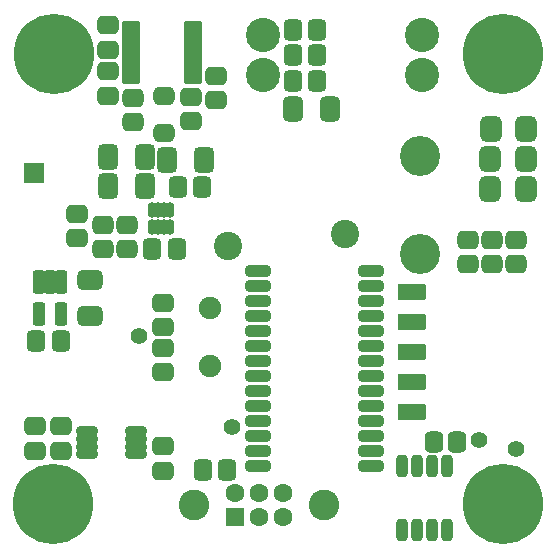
<source format=gbr>
%TF.GenerationSoftware,KiCad,Pcbnew,(6.0.4)*%
%TF.CreationDate,2023-01-27T10:26:40-05:00*%
%TF.ProjectId,charging_on_the_pad,63686172-6769-46e6-975f-6f6e5f746865,rev?*%
%TF.SameCoordinates,Original*%
%TF.FileFunction,Soldermask,Bot*%
%TF.FilePolarity,Negative*%
%FSLAX46Y46*%
G04 Gerber Fmt 4.6, Leading zero omitted, Abs format (unit mm)*
G04 Created by KiCad (PCBNEW (6.0.4)) date 2023-01-27 10:26:40*
%MOMM*%
%LPD*%
G01*
G04 APERTURE LIST*
G04 Aperture macros list*
%AMRoundRect*
0 Rectangle with rounded corners*
0 $1 Rounding radius*
0 $2 $3 $4 $5 $6 $7 $8 $9 X,Y pos of 4 corners*
0 Add a 4 corners polygon primitive as box body*
4,1,4,$2,$3,$4,$5,$6,$7,$8,$9,$2,$3,0*
0 Add four circle primitives for the rounded corners*
1,1,$1+$1,$2,$3*
1,1,$1+$1,$4,$5*
1,1,$1+$1,$6,$7*
1,1,$1+$1,$8,$9*
0 Add four rect primitives between the rounded corners*
20,1,$1+$1,$2,$3,$4,$5,0*
20,1,$1+$1,$4,$5,$6,$7,0*
20,1,$1+$1,$6,$7,$8,$9,0*
20,1,$1+$1,$8,$9,$2,$3,0*%
G04 Aperture macros list end*
%ADD10C,6.800000*%
%ADD11C,2.600000*%
%ADD12RoundRect,0.200000X-0.600000X-0.600000X0.600000X-0.600000X0.600000X0.600000X-0.600000X0.600000X0*%
%ADD13C,1.600000*%
%ADD14C,3.400000*%
%ADD15RoundRect,0.200000X-0.675000X-0.675000X0.675000X-0.675000X0.675000X0.675000X-0.675000X0.675000X0*%
%ADD16C,2.900000*%
%ADD17RoundRect,0.450000X-0.400000X-0.625000X0.400000X-0.625000X0.400000X0.625000X-0.400000X0.625000X0*%
%ADD18RoundRect,0.450000X-0.475000X0.337500X-0.475000X-0.337500X0.475000X-0.337500X0.475000X0.337500X0*%
%ADD19C,2.400000*%
%ADD20RoundRect,0.450000X-0.450000X0.350000X-0.450000X-0.350000X0.450000X-0.350000X0.450000X0.350000X0*%
%ADD21RoundRect,0.275000X-0.075000X0.375000X-0.075000X-0.375000X0.075000X-0.375000X0.075000X0.375000X0*%
%ADD22RoundRect,0.450001X-0.462499X-0.624999X0.462499X-0.624999X0.462499X0.624999X-0.462499X0.624999X0*%
%ADD23RoundRect,0.200000X1.000000X-0.500000X1.000000X0.500000X-1.000000X0.500000X-1.000000X-0.500000X0*%
%ADD24RoundRect,0.450000X0.475000X-0.337500X0.475000X0.337500X-0.475000X0.337500X-0.475000X-0.337500X0*%
%ADD25RoundRect,0.450000X-0.412500X-0.650000X0.412500X-0.650000X0.412500X0.650000X-0.412500X0.650000X0*%
%ADD26RoundRect,0.350000X-0.150000X0.600000X-0.150000X-0.600000X0.150000X-0.600000X0.150000X0.600000X0*%
%ADD27RoundRect,0.312500X-0.587500X-0.112500X0.587500X-0.112500X0.587500X0.112500X-0.587500X0.112500X0*%
%ADD28RoundRect,0.450000X0.337500X0.475000X-0.337500X0.475000X-0.337500X-0.475000X0.337500X-0.475000X0*%
%ADD29C,1.400000*%
%ADD30RoundRect,0.450000X-0.350000X-0.450000X0.350000X-0.450000X0.350000X0.450000X-0.350000X0.450000X0*%
%ADD31C,1.900000*%
%ADD32RoundRect,0.450000X-0.337500X-0.475000X0.337500X-0.475000X0.337500X0.475000X-0.337500X0.475000X0*%
%ADD33RoundRect,0.450000X-0.625000X0.400000X-0.625000X-0.400000X0.625000X-0.400000X0.625000X0.400000X0*%
%ADD34RoundRect,0.450000X0.450000X-0.350000X0.450000X0.350000X-0.450000X0.350000X-0.450000X-0.350000X0*%
%ADD35RoundRect,0.350000X-0.750000X-0.150000X0.750000X-0.150000X0.750000X0.150000X-0.750000X0.150000X0*%
%ADD36RoundRect,0.450000X0.412500X0.650000X-0.412500X0.650000X-0.412500X-0.650000X0.412500X-0.650000X0*%
%ADD37RoundRect,0.200000X-0.600000X-0.200000X0.600000X-0.200000X0.600000X0.200000X-0.600000X0.200000X0*%
%ADD38RoundRect,0.200000X-0.325000X0.780000X-0.325000X-0.780000X0.325000X-0.780000X0.325000X0.780000X0*%
%ADD39RoundRect,0.500000X-0.400000X0.300000X-0.400000X-0.300000X0.400000X-0.300000X0.400000X0.300000X0*%
G04 APERTURE END LIST*
D10*
%TO.C,H2*%
X165100000Y-127000000D03*
%TD*%
D11*
%TO.C,J2*%
X149900000Y-127100000D03*
X138900000Y-127100000D03*
D12*
X142400000Y-128100000D03*
D13*
X144400000Y-128100000D03*
X146400000Y-128100000D03*
X142400000Y-126100000D03*
X144400000Y-126100000D03*
X146400000Y-126100000D03*
%TD*%
D14*
%TO.C,J4*%
X158000000Y-97600000D03*
X158000000Y-105850000D03*
%TD*%
D10*
%TO.C,H3*%
X127013126Y-88900000D03*
%TD*%
D15*
%TO.C,TP7*%
X125350000Y-99050000D03*
%TD*%
D16*
%TO.C,F1*%
X144765000Y-90700000D03*
X144765000Y-87300000D03*
X158235000Y-87300000D03*
X158235000Y-90700000D03*
%TD*%
D10*
%TO.C,H1*%
X165100000Y-88900000D03*
%TD*%
%TO.C,H4*%
X127000000Y-127000000D03*
%TD*%
D17*
%TO.C,R15*%
X147292400Y-93556400D03*
X150392400Y-93556400D03*
%TD*%
D18*
%TO.C,C28*%
X127635000Y-120462500D03*
X127635000Y-122537500D03*
%TD*%
D19*
%TO.C,TP12*%
X141750000Y-105150000D03*
%TD*%
D20*
%TO.C,R3*%
X162077400Y-104689400D03*
X162077400Y-106689400D03*
%TD*%
D21*
%TO.C,U5*%
X135382000Y-102108000D03*
X135882000Y-102108000D03*
X136382000Y-102108000D03*
X136882000Y-102108000D03*
X136882000Y-103588000D03*
X136382000Y-103588000D03*
X135882000Y-103588000D03*
X135382000Y-103588000D03*
%TD*%
D22*
%TO.C,D2*%
X164003900Y-97815400D03*
X166978900Y-97815400D03*
%TD*%
D18*
%TO.C,C26*%
X125476000Y-120462500D03*
X125476000Y-122537500D03*
%TD*%
D20*
%TO.C,R21*%
X133223000Y-103450000D03*
X133223000Y-105450000D03*
%TD*%
D23*
%TO.C,J3*%
X157362500Y-119278400D03*
X157362500Y-116738400D03*
X157362500Y-114198400D03*
X157362500Y-111658400D03*
X157362500Y-109118400D03*
%TD*%
D24*
%TO.C,C6*%
X138686000Y-94637500D03*
X138686000Y-92562500D03*
%TD*%
D25*
%TO.C,C18*%
X136637500Y-97917000D03*
X139762500Y-97917000D03*
%TD*%
D18*
%TO.C,C2*%
X136296400Y-109985900D03*
X136296400Y-112060900D03*
%TD*%
%TO.C,C12*%
X131628000Y-86492500D03*
X131628000Y-88567500D03*
%TD*%
%TO.C,C23*%
X136271000Y-122152500D03*
X136271000Y-124227500D03*
%TD*%
D26*
%TO.C,Q6*%
X160355000Y-123850000D03*
X156545000Y-123850000D03*
X157815000Y-123850000D03*
X159085000Y-123850000D03*
X156545000Y-129211000D03*
X157815000Y-129211000D03*
X160355000Y-129211000D03*
X159085000Y-129211000D03*
%TD*%
D24*
%TO.C,C11*%
X131628000Y-92477500D03*
X131628000Y-90402500D03*
%TD*%
D27*
%TO.C,U6*%
X129802500Y-122825000D03*
X129802500Y-122175000D03*
X129802500Y-121525000D03*
X129802500Y-120875000D03*
X134027500Y-120875000D03*
X134027500Y-121525000D03*
X134027500Y-122175000D03*
X134027500Y-122825000D03*
%TD*%
D28*
%TO.C,C15*%
X149337500Y-91186000D03*
X147262500Y-91186000D03*
%TD*%
D24*
%TO.C,C1*%
X136296400Y-115870900D03*
X136296400Y-113795900D03*
%TD*%
%TO.C,C29*%
X129000000Y-104527500D03*
X129000000Y-102452500D03*
%TD*%
D29*
%TO.C,TP8*%
X134250000Y-112800000D03*
%TD*%
D28*
%TO.C,C13*%
X149337500Y-86868000D03*
X147262500Y-86868000D03*
%TD*%
%TO.C,C24*%
X141702700Y-124155200D03*
X139627700Y-124155200D03*
%TD*%
D29*
%TO.C,TP1*%
X166150000Y-122400000D03*
%TD*%
D22*
%TO.C,D3*%
X164018900Y-95275400D03*
X166993900Y-95275400D03*
%TD*%
D30*
%TO.C,R26*%
X159200000Y-121800000D03*
X161200000Y-121800000D03*
%TD*%
D29*
%TO.C,TP2*%
X163050000Y-121650000D03*
%TD*%
D31*
%TO.C,Y1*%
X140250000Y-110450000D03*
X140250000Y-115330000D03*
%TD*%
D32*
%TO.C,C32*%
X125562500Y-113200000D03*
X127637500Y-113200000D03*
%TD*%
D20*
%TO.C,R2*%
X164109400Y-104689400D03*
X164109400Y-106689400D03*
%TD*%
D33*
%TO.C,R22*%
X130098800Y-108029200D03*
X130098800Y-111129200D03*
%TD*%
D20*
%TO.C,R1*%
X166141400Y-104689400D03*
X166141400Y-106689400D03*
%TD*%
D34*
%TO.C,R16*%
X133700000Y-94700000D03*
X133700000Y-92700000D03*
%TD*%
D35*
%TO.C,U1*%
X144300000Y-123805000D03*
X144300000Y-122535000D03*
X144300000Y-121265000D03*
X144300000Y-119995000D03*
X144300000Y-118725000D03*
X144300000Y-117455000D03*
X144300000Y-116185000D03*
X144300000Y-114915000D03*
X144300000Y-113645000D03*
X144300000Y-112375000D03*
X144300000Y-111105000D03*
X144300000Y-109835000D03*
X144300000Y-108565000D03*
X144300000Y-107295000D03*
X153900000Y-107295000D03*
X153900000Y-108565000D03*
X153900000Y-109835000D03*
X153900000Y-111105000D03*
X153900000Y-112375000D03*
X153900000Y-113645000D03*
X153900000Y-114915000D03*
X153900000Y-116185000D03*
X153900000Y-117455000D03*
X153900000Y-118725000D03*
X153900000Y-119995000D03*
X153900000Y-121265000D03*
X153900000Y-122535000D03*
X153900000Y-123805000D03*
%TD*%
D36*
%TO.C,C19*%
X134712500Y-97663000D03*
X131587500Y-97663000D03*
%TD*%
%TO.C,C17*%
X134712500Y-100076000D03*
X131587500Y-100076000D03*
%TD*%
D28*
%TO.C,C25*%
X137435500Y-105410000D03*
X135360500Y-105410000D03*
%TD*%
D19*
%TO.C,TP10*%
X151650000Y-104200000D03*
%TD*%
D22*
%TO.C,D1*%
X164003900Y-100355400D03*
X166978900Y-100355400D03*
%TD*%
D32*
%TO.C,C21*%
X137544900Y-100203000D03*
X139619900Y-100203000D03*
%TD*%
D24*
%TO.C,C5*%
X140800000Y-92837500D03*
X140800000Y-90762500D03*
%TD*%
D28*
%TO.C,C14*%
X149337500Y-89027000D03*
X147262500Y-89027000D03*
%TD*%
D37*
%TO.C,U3*%
X133600000Y-91022500D03*
X133600000Y-90387500D03*
X133600000Y-89752500D03*
X133600000Y-89117500D03*
X133600000Y-88482500D03*
X133600000Y-87847500D03*
X133600000Y-87212500D03*
X133600000Y-86577500D03*
X138800000Y-86577500D03*
X138800000Y-87212500D03*
X138800000Y-87847500D03*
X138800000Y-88482500D03*
X138800000Y-89117500D03*
X138800000Y-89752500D03*
X138800000Y-90387500D03*
X138800000Y-91022500D03*
%TD*%
D34*
%TO.C,R20*%
X131191000Y-105450000D03*
X131191000Y-103450000D03*
%TD*%
D29*
%TO.C,TP11*%
X142100000Y-120550000D03*
%TD*%
D38*
%TO.C,U8*%
X125745200Y-108240800D03*
X126695200Y-108240800D03*
X127645200Y-108240800D03*
X127645200Y-110940800D03*
X125745200Y-110940800D03*
%TD*%
D39*
%TO.C,D4*%
X136398000Y-92500000D03*
X136398000Y-95600000D03*
%TD*%
M02*

</source>
